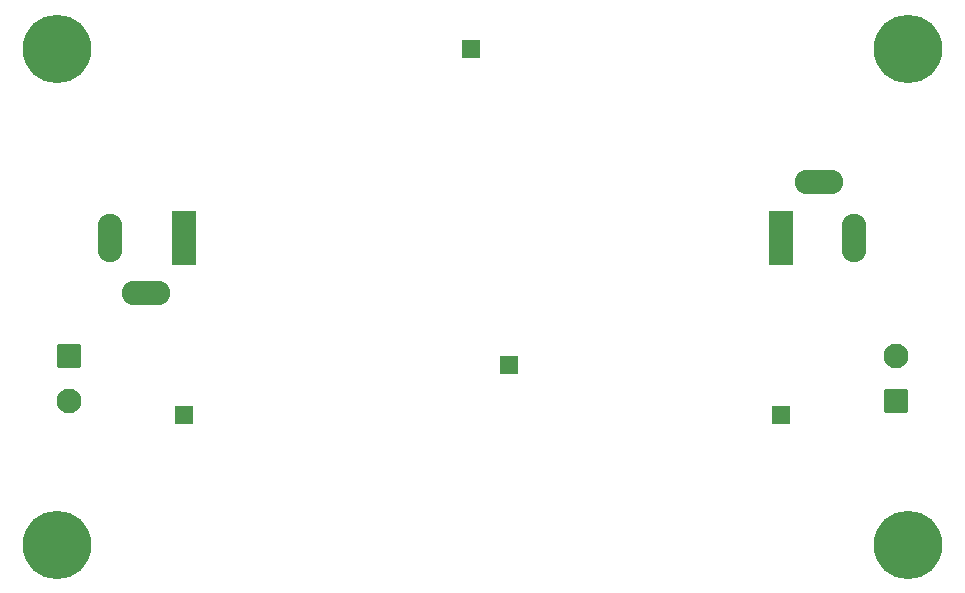
<source format=gbr>
%TF.GenerationSoftware,KiCad,Pcbnew,9.0.6+1*%
%TF.CreationDate,Date%
%TF.ProjectId,Input-Protection,496e7075-742d-4507-926f-74656374696f,+ (Unreleased)*%
%TF.SameCoordinates,Original*%
%TF.FileFunction,Soldermask,Bot*%
%TF.FilePolarity,Negative*%
%FSLAX46Y46*%
G04 Gerber Fmt 4.6, Leading zero omitted, Abs format (unit mm)*
G04 Created by KiCad*
%MOMM*%
%LPD*%
G01*
G04 APERTURE LIST*
G04 Aperture macros list*
%AMRoundRect*
0 Rectangle with rounded corners*
0 $1 Rounding radius*
0 $2 $3 $4 $5 $6 $7 $8 $9 X,Y pos of 4 corners*
0 Add a 4 corners polygon primitive as box body*
4,1,4,$2,$3,$4,$5,$6,$7,$8,$9,$2,$3,0*
0 Add four circle primitives for the rounded corners*
1,1,$1+$1,$2,$3*
1,1,$1+$1,$4,$5*
1,1,$1+$1,$6,$7*
1,1,$1+$1,$8,$9*
0 Add four rect primitives between the rounded corners*
20,1,$1+$1,$2,$3,$4,$5,0*
20,1,$1+$1,$4,$5,$6,$7,0*
20,1,$1+$1,$6,$7,$8,$9,0*
20,1,$1+$1,$8,$9,$2,$3,0*%
G04 Aperture macros list end*
%ADD10RoundRect,0.050000X-0.750000X-0.750000X0.750000X-0.750000X0.750000X0.750000X-0.750000X0.750000X0*%
%ADD11RoundRect,0.050000X-1.000000X-2.250000X1.000000X-2.250000X1.000000X2.250000X-1.000000X2.250000X0*%
%ADD12O,2.100000X4.100000*%
%ADD13O,4.100000X2.100000*%
%ADD14C,5.800000*%
%ADD15RoundRect,0.050000X1.000000X2.250000X-1.000000X2.250000X-1.000000X-2.250000X1.000000X-2.250000X0*%
%ADD16RoundRect,0.262500X-0.787500X0.787500X-0.787500X-0.787500X0.787500X-0.787500X0.787500X0.787500X0*%
%ADD17C,2.100000*%
%ADD18RoundRect,0.262500X0.787500X-0.787500X0.787500X0.787500X-0.787500X0.787500X-0.787500X-0.787500X0*%
%ADD19RoundRect,0.050000X0.750000X0.750000X-0.750000X0.750000X-0.750000X-0.750000X0.750000X-0.750000X0*%
G04 APERTURE END LIST*
D10*
%TO.C,TP101*%
X132315645Y-86650000D03*
%TD*%
D11*
%TO.C,J101*%
X132265645Y-71650000D03*
D12*
X126065645Y-71650000D03*
D13*
X129065645Y-76350000D03*
%TD*%
D14*
%TO.C,H901*%
X121565645Y-55650000D03*
%TD*%
D10*
%TO.C,TP104*%
X182815645Y-86650000D03*
%TD*%
D15*
%TO.C,J104*%
X182865645Y-71650000D03*
D12*
X189065645Y-71650000D03*
D13*
X186065645Y-66950000D03*
%TD*%
D16*
%TO.C,J102*%
X122565645Y-81650000D03*
D17*
X122565645Y-85460000D03*
%TD*%
D14*
%TO.C,H902*%
X121565645Y-97650000D03*
%TD*%
D18*
%TO.C,J103*%
X192565645Y-85460000D03*
D17*
X192565645Y-81650000D03*
%TD*%
D14*
%TO.C,H903*%
X193565645Y-55650000D03*
%TD*%
%TO.C,H904*%
X193565645Y-97650000D03*
%TD*%
D19*
%TO.C,TP301*%
X159815645Y-82400000D03*
%TD*%
D10*
%TO.C,TP507*%
X156565645Y-55650000D03*
%TD*%
M02*

</source>
